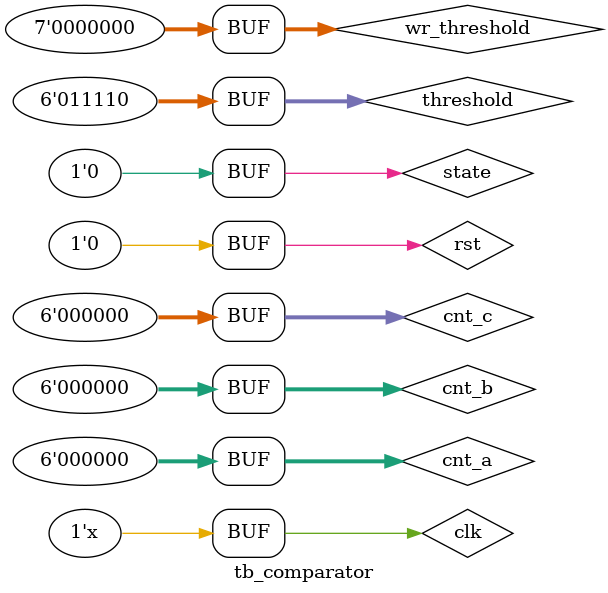
<source format=v>
`timescale 1ns / 1ps
`default_nettype none

`include "../sources_1/comparator.v"


module tb_comparator(

    );

    localparam VECTOR_WIDTH    = 35;
    localparam BUS_WIDTH       = 20;
    localparam CNT_WIDTH        = $clog2(VECTOR_WIDTH);

    localparam CLK_PERIOD       = 10;
    localparam HALF_CLK_PERIOD  = CLK_PERIOD/2;

    localparam LOAD_RAM         = 1'b0;
    localparam DUT_TEST         = 1'b1;
    localparam THRESHOLD        = 24;

    //
    reg rst = 1;
    reg clk = 0;

    reg [CNT_WIDTH-1:0] cnt_a = 0;
    reg [CNT_WIDTH-1:0] cnt_b = 0;
    reg [CNT_WIDTH-1:0] cnt_c = 0;

    reg [CNT_WIDTH-1:0] threshold       = 30;
    reg [CNT_WIDTH:0]   wr_threshold    = 0;

    wire dout;

    // testbench state machine
    reg state = LOAD_RAM;

    srl_fifo#(
    ) u_ext_fifo (
    );


    // DUT
    comparator_wrapper #(
        .VECTOR_WIDTH   (VECTOR_WIDTH   ),
        .BUS_WIDTH      (BUS_WIDTH      )
    ) u_dut (
        .clk            (clk            ),
        .rst            (rst            ),
        .i_CntA         (cnt_a          ),
        .i_CntB         (cnt_b          ),
        .i_CntC         (cnt_c          ),
        .i_WrThreshold  (wr_threshold   ),
        .i_Threshold    (threshold      ),
        .o_Dout         (dout           )
    );

    // clk gen
    always begin 
        clk <= ~clk;
        #HALF_CLK_PERIOD;
    end

    // stimulus


    initial begin
        #50;
        rst <= 1'b0;
        wr_threshold <= 1'b1;
        #CLK_PERIOD;
        wr_threshold <= 1'b0;
    end

    initial begin
        #500;
        #CLK_PERIOD;
        cnt_a = 33;
        cnt_b = 17;
        cnt_c = 17;
        #CLK_PERIOD;
        cnt_a = 8;
        cnt_b = 19;
        cnt_c = 6;
        #CLK_PERIOD;
        cnt_a = 15;
        cnt_b = 32;
        cnt_c = 12;
        #CLK_PERIOD;
        cnt_a = 35;
        cnt_b = 17;
        cnt_c = 17;
        #CLK_PERIOD;
        cnt_a = 8;
        cnt_b = 5;
        cnt_c = 1;
        #CLK_PERIOD;
        cnt_a = 35;
        cnt_b = 35;
        cnt_c = 35;
        #CLK_PERIOD;
        cnt_a = 24;
        cnt_b = 0;
        cnt_c = 0;
        #CLK_PERIOD;
        cnt_a = 0;
        cnt_b = 0;
        cnt_c = 0;
    end



endmodule


</source>
